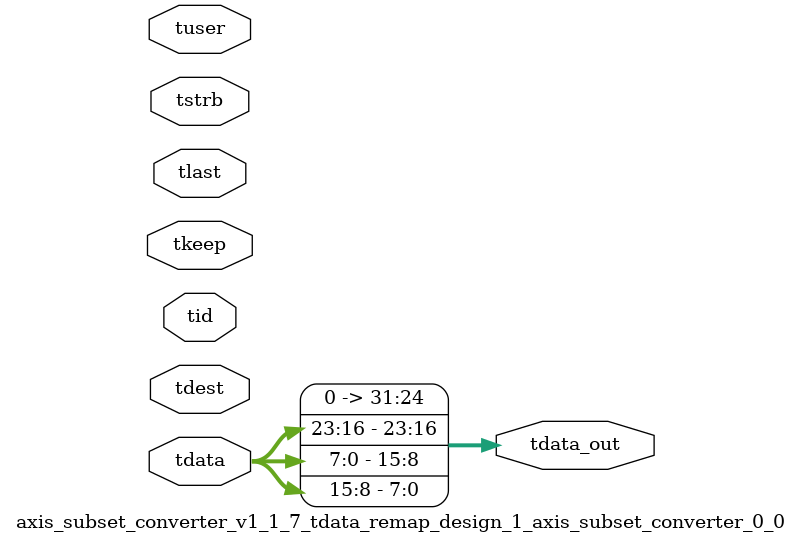
<source format=v>


`timescale 1ps/1ps

module axis_subset_converter_v1_1_7_tdata_remap_design_1_axis_subset_converter_0_0 #
(
parameter C_S_AXIS_TDATA_WIDTH = 32,
parameter C_S_AXIS_TUSER_WIDTH = 0,
parameter C_S_AXIS_TID_WIDTH   = 0,
parameter C_S_AXIS_TDEST_WIDTH = 0,
parameter C_M_AXIS_TDATA_WIDTH = 32
)
(
input  [(C_S_AXIS_TDATA_WIDTH == 0 ? 1 : C_S_AXIS_TDATA_WIDTH)-1:0     ] tdata,
input  [(C_S_AXIS_TUSER_WIDTH == 0 ? 1 : C_S_AXIS_TUSER_WIDTH)-1:0     ] tuser,
input  [(C_S_AXIS_TID_WIDTH   == 0 ? 1 : C_S_AXIS_TID_WIDTH)-1:0       ] tid,
input  [(C_S_AXIS_TDEST_WIDTH == 0 ? 1 : C_S_AXIS_TDEST_WIDTH)-1:0     ] tdest,
input  [(C_S_AXIS_TDATA_WIDTH/8)-1:0 ] tkeep,
input  [(C_S_AXIS_TDATA_WIDTH/8)-1:0 ] tstrb,
input                                                                    tlast,
output [C_M_AXIS_TDATA_WIDTH-1:0] tdata_out
);

assign tdata_out = {tdata[23:16],tdata[7:0],tdata[15:8]};

endmodule


</source>
